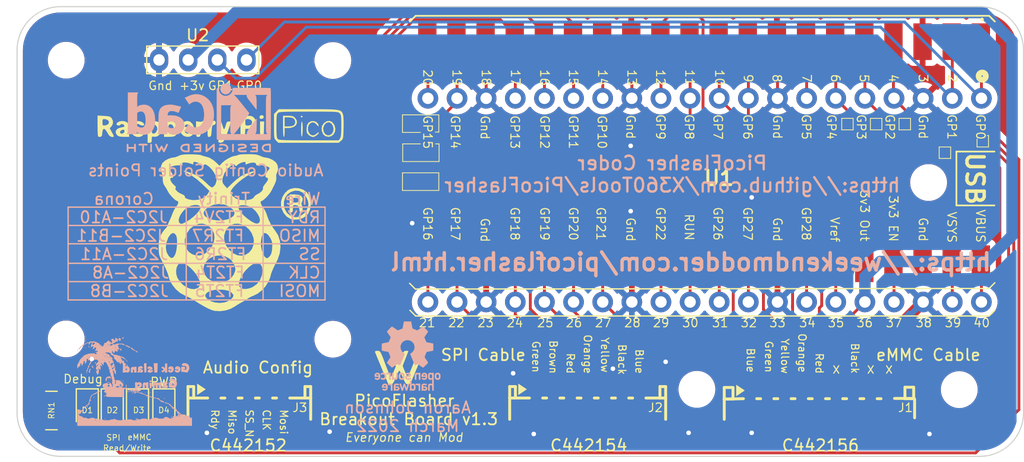
<source format=kicad_pcb>
(kicad_pcb (version 20211014) (generator pcbnew)
  (layers (0 "F.Cu" signal) (31 "B.Cu" signal) (34 "B.Paste" user) (35 "F.Paste" user) (36 "B.SilkS" user "B.Silkscreen") (37 "F.SilkS" user "F.Silkscreen") (38 "B.Mask" user) (39 "F.Mask" user) (44 "Edge.Cuts" user))
  (net 0 "")
  (net 1 "Net-(D1-Pad1)")
  (net 2 "Net-(D2-Pad1)")
  (net 3 "Net-(D3-Pad1)")
  (net 4 "Net-(D4-Pad1)")
  (net 5 "E-Yellow")
  (net 6 "E-Red")
  (net 7 "E-Orange")
  (net 8 "E-Blue")
  (net 9 "S-Orange")
  (net 10 "S-Brown")
  (net 11 "S-Red")
  (net 12 "S-Black")
  (net 13 "S-Blue")
  (net 14 "GND")
  (net 15 "Debug")
  (net 16 "eMMC")
  (net 17 "SPI")
  (net 18 "OLED Data")
  (net 19 "OLED Clock")
  (net 20 "3.3 Out")
  (net 22 "E-Green")
  (net 23 "A_Red")
  (net 24 "A_Black")
  (net 25 "A_Yellow")
  (net 26 "A_Green")
  (net 27 "unconnected-(U1-Pad7)")
  (net 28 "unconnected-(U1-Pad14)")
  (net 29 "unconnected-(U1-Pad29)")
  (net 30 "unconnected-(U1-Pad30)")
  (net 31 "unconnected-(U1-Pad31)")
  (net 32 "unconnected-(U1-Pad32)")
  (net 33 "unconnected-(U1-Pad34)")
  (net 34 "unconnected-(U1-Pad35)")
  (net 35 "unconnected-(U1-Pad37)")
  (net 36 "unconnected-(U1-Pad39)")
  (net 37 "unconnected-(U1-Pad40)")
  (net 40 "A_Blue")
  (footprint "LED_SMD:LED_0805_2012Metric_Pad1.15x1.40mm_HandSolder" (layer "F.Cu") (at 98.75 98.725 -90)
    (fp_text reference "D3")
    (fp_text value "Data" hide)
  )
  (footprint "MountingHole:MountingHole_2.2mm_M2" (layer "F.Cu") (at 92.5 92.25)
    (fp_text reference "REF**" hide)
    (fp_text value "MountingHole_2.2mm_M2" hide)
  )
  (footprint "Merlin:WeekendModder" (layer "F.Cu") (at 121.329503 94.65975)
    (fp_text reference "G***" hide)
    (fp_text value "LOGO" hide)
  )
  (footprint "LED_SMD:LED_0805_2012Metric_Pad1.15x1.40mm_HandSolder" (layer "F.Cu") (at 96.55 98.725 -90)
    (fp_text reference "D2")
    (fp_text value "Debug" hide)
  )
  (footprint "MountingHole:MountingHole_2.2mm_M2" (layer "F.Cu") (at 115.7835 92.25)
    (fp_text reference "REF**" hide)
    (fp_text value "MountingHole_2.2mm_M2" hide)
  )
  (footprint "MountingHole:MountingHole_2.2mm_M2" (layer "F.Cu") (at 147.525 96.9)
    (fp_text reference "REF**" hide)
    (fp_text value "MountingHole_2.2mm_M2" hide)
  )
  (footprint "easyeda:CONN-SMD_HX15001-9AWB" (layer "F.Cu") (at 158.2 98.9)
    (fp_text reference "J1")
    (fp_text value "B9B-ZR(LF)(SN)" hide)
  )
  (footprint "MountingHole:MountingHole_2.2mm_M2" (layer "F.Cu") (at 92.5335 68.175)
    (fp_text reference "REF**" hide)
    (fp_text value "MountingHole_2.2mm_M2" hide)
  )
  (footprint "Merlin:PICO_SMD" (layer "F.Cu") (at 122.65 65.75 -90)
    (fp_text reference "U1e" hide)
    (fp_text value "PICO" hide)
  )
  (footprint "Resistor_SMD:R_Array_Convex_4x0603" (layer "F.Cu") (at 91.25 98.75 180)
    (fp_text reference "RN1" hide)
    (fp_text value "2-1622819-4" hide)
  )
  (footprint "LED_SMD:LED_0805_2012Metric_Pad1.15x1.40mm_HandSolder" (layer "F.Cu") (at 101.05 98.725 -90)
    (fp_text reference "D4")
    (fp_text value "Data" hide)
  )
  (footprint "MountingHole:MountingHole_2.2mm_M2" (layer "F.Cu") (at 167.725 78.85)
    (fp_text reference "REF**" hide)
    (fp_text value "MountingHole_2.2mm_M2" hide)
  )
  (footprint "MountingHole:MountingHole_2.2mm_M2" (layer "F.Cu") (at 170.4 96.925)
    (fp_text reference "REF**" hide)
    (fp_text value "MountingHole_2.2mm_M2" hide)
  )
  (footprint "Merlin:128x64OLED" (layer "F.Cu") (at 104.25 78.75)
    (fp_text reference "U2")
    (fp_text value " ")
  )
  (footprint "MountingHole:MountingHole_2.2mm_M2" (layer "F.Cu") (at 115.7835 68.2)
    (fp_text reference "REF**" hide)
    (fp_text value "MountingHole_2.2mm_M2" hide)
  )
  (footprint "easyeda:CONN-SMD_HX15001-7AWB" (layer "F.Cu") (at 138 98.9)
    (fp_text reference "J2")
    (fp_text value "S7B-ZR_LF__SN_" hide)
  )
  (footprint "Merlin:RaspberyPi_25x21" (layer "F.Cu") (at 106 81.75)
    (fp_text reference "G***" hide)
    (fp_text value "LOGO" hide)
  )
  (footprint "LED_SMD:LED_0805_2012Metric_Pad1.15x1.40mm_HandSolder" (layer "F.Cu") (at 94.375 98.725 -90)
    (fp_text reference "D1")
    (fp_text value "PWR" hide)
  )
  (footprint "Merlin:PICO_THT" (layer "F.Cu") (at 149.47 76.58 -90)
    (fp_text reference "U1")
    (fp_text value "PICO" hide)
  )
  (footprint "easyeda:CONN-SMD_HX15001-5AWB" (layer "F.Cu") (at 108.5 98.9)
    (fp_text reference "J3")
    (fp_text value "Conn_01x05" hide)
  )
  (footprint "Merlin:GeekIsland_10mmX8mm" (layer "B.Cu") (at 98.5 96.1 180)
    (fp_text reference "G***" hide)
    (fp_text value "LOGO" hide)
  )
  (footprint "Symbol:KiCad-Logo2_5mm_SilkScreen" (layer "B.Cu") (at 104.1 73.2 180)
    (fp_text reference "REF**" hide)
    (fp_text value "KiCad-Logo2_5mm_SilkScreen" hide)
  )
  (footprint "Symbol:OSHW-Logo_5.7x6mm_SilkScreen" (layer "B.Cu") (at 122.3 94 180)
    (fp_text reference "REF**" hide)
    (fp_text value "OSHW-Logo_5.7x6mm_SilkScreen" hide)
  )
  (gr_line (start 115.1 89.1) (end 92.7 89.1) (layer "B.SilkS") (width 0.12))
  (gr_line (start 115.1 85.9) (end 92.7 85.9) (layer "B.SilkS") (width 0.12))
  (gr_line (start 115.1 84.2) (end 92.7 84.2) (layer "B.SilkS") (width 0.12))
  (gr_line (start 109.7 81) (end 109.7 89.1) (layer "B.SilkS") (width 0.12))
  (gr_line (start 115.1 81) (end 115.1 89.1) (layer "B.SilkS") (width 0.12))
  (gr_line (start 115.1 82.6) (end 92.7 82.6) (layer "B.SilkS") (width 0.12))
  (gr_line (start 103 81) (end 103 89.1) (layer "B.SilkS") (width 0.12))
  (gr_line (start 115.1 81) (end 92.7 81) (layer "B.SilkS") (width 0.12))
  (gr_line (start 92.7 81) (end 92.7 89.1) (layer "B.SilkS") (width 0.12))
  (gr_line (start 115.1 87.5) (end 92.7 87.5) (layer "B.SilkS") (width 0.12))
  (gr_line (start 170.15 80.85) (end 173.4625 80.85) (layer "F.SilkS") (width 0.15))
  (gr_line (start 125.045 75.48) (end 124.74 75.48) (layer "F.SilkS") (width 0.075))
  (gr_line (start 173 64.3) (end 173.5 64.8) (layer "F.SilkS") (width 0.15))
  (gr_line (start 173.5 90) (end 173 90.5) (layer "F.SilkS") (width 0.12))
  (gr_line (start 173.4625 76.15) (end 170.15 76.15) (layer "F.SilkS") (width 0.15))
  (gr_line (start 122.5 90) (end 123 90.5) (layer "F.SilkS") (width 0.12))
  (gr_line (start 123 90.5) (end 173 90.5) (layer "F.SilkS") (width 0.12))
  (gr_line (start 125.0225 74.45) (end 124.7175 74.45) (layer "F.SilkS") (width 0.075))
  (gr_line (start 173 64.3) (end 123 64.3) (layer "F.SilkS") (width 0.15))
  (gr_line (start 122.975 88.15) (end 122.475 87.65) (layer "F.SilkS") (width 0.12))
  (gr_line (start 173 88.1) (end 123.725 88.15) (layer "F.SilkS") (width 0.12))
  (gr_line (start 173.5 87.6) (end 173 88.1) (layer "F.SilkS") (width 0.12))
  (gr_line (start 170.15 76.15) (end 170.15 80.85) (layer "F.SilkS") (width 0.15))
  (gr_line (start 123.725 88.15) (end 122.975 88.15) (layer "F.SilkS") (width 0.12))
  (gr_line (start 122.5 64.8) (end 123 64.3) (layer "F.SilkS") (width 0.15))
  (gr_arc (start 172.19 63.5) (mid 174.884077 64.615923) (end 176 67.31) (layer "Edge.Cuts") (width 0.1))
  (gr_line (start 92.06 63.5) (end 172.19 63.5) (layer "Edge.Cuts") (width 0.1))
  (gr_arc (start 92.06 102.75) (mid 89.365923 101.634077) (end 88.25 98.94) (layer "Edge.Cuts") (width 0.1))
  (gr_arc (start 88.25 67.31) (mid 89.365923 64.615923) (end 92.06 63.5) (layer "Edge.Cuts") (width 0.1))
  (gr_arc (start 176 98.94) (mid 174.884077 101.634077) (end 172.19 102.75) (layer "Edge.Cuts") (width 0.1))
  (gr_line (start 176 67.31) (end 176 98.94) (layer "Edge.Cuts") (width 0.1))
  (gr_line (start 88.25 67.31) (end 88.25 98.94) (layer "Edge.Cuts") (width 0.1))
  (gr_line (start 92.06 102.75) (end 172.19 102.75) (layer "Edge.Cuts") (width 0.1))
  (gr_text "Wire    Trinity     Corona\nRDY     FT2V4   J2C2-A10\nMISO    FT2R7   J2C2-B11\nSS      FT2R6   J2C2-A11\nCLK     FT2T4   J2C2-A8\nMOSI    FT2T5   J2C2-B8" (at 114.8 84.3) (layer "B.SilkS") (effects (font (size 1 1)) (justify left mirror)))
  (gr_text "PicoFlasher Coder\nhttps://github.com/X360Tools/PicoFlasher" (at 145.375 78.125) (layer "B.SilkS") (effects (font (size 1.2 1.2) (thickness 0.2)) (justify mirror)))
  (gr_text "Aaron Johnson\nMarch 2022" (at 122.3 99.3) (layer "B.SilkS") (effects (font (size 1 1)) (justify mirror)))
  (gr_text "Audio Config Solder Points" (at 104.7 77.8) (layer "B.SilkS") (effects (font (size 1 1)) (justify mirror)))
  (gr_text "https://weekendmodder.com/picoflasher.html" (at 147 85.8) (layer "B.SilkS") (effects (font (size 1.5 1.5) (thickness 0.3)) (justify mirror)))
  (gr_text "PicoFlasher \nBreakout Board v1.3" (at 122.4 98.7) (layer "F.SilkS") (effects (font (size 1 1))))
  (gr_text "C442156" (at 158.3 101.8) (layer "F.SilkS") (effects (font (size 1 1))))
  (gr_text "3" (at 167.25 69.75 270) (layer "F.SilkS") (effects (font (size 0.75 0.75) (thickness 0.1))))
  (gr_text "Blue" (at 142.5 95.6 270) (layer "F.SilkS") (effects (font (size 0.65 0.65) (thickness 0.1)) (justify right)))
  (gr_text "Vref" (at 159.55 82.95 270) (layer "F.SilkS") (effects (font (size 0.75 0.75) (thickness 0.1))))
  (gr_text "Red" (at 158.2 95.6 270) (layer "F.SilkS") (effects (font (size 0.65 0.65) (thickness 0.1)) (justify right)))
  (gr_text "GP2" (at 164.35 74 270) (layer "F.SilkS") (effects (font (size 0.75 0.75) (thickness 0.1))))
  (gr_text "Yellow" (at 155.2 95.6 270) (layer "F.SilkS") (effects (font (size 0.65 0.65) (thickness 0.1)) (justify right)))
  (gr_text "X" (at 162.3 95.2) (layer "F.SilkS") (effects (font (size 0.65 0.65) (thickness 0.1)) (justify left)))
  (gr_text "Green" (at 133.5 95.5 270) (layer "F.SilkS") (effects (font (size 0.65 0.65) (thickness 0.1)) (justify right)))
  (gr_text "26" (at 136.8 91.1) (layer "F.SilkS") (effects (font (size 0.75 0.75) (thickness 0.1))))
  (gr_text "8" (at 154.5 69.75 270) (layer "F.SilkS") (effects (font (size 0.75 0.75) (thickness 0.1))))
  (gr_text "40" (at 172.35 91.1) (layer "F.SilkS") (effects (font (size 0.75 0.75) (thickness 0.1))))
  (gr_text "35" (at 159.65 91.1) (layer "F.SilkS") (effects (font (size 0.75 0.75) (thickness 0.1))))
  (gr_text "Read/Write" (at 97.85 102.025) (layer "F.SilkS") (effects (font (size 0.5 0.5) (thickness 0.075))))
  (gr_text "Gnd" (at 167.25 74 270) (layer "F.SilkS") (effects (font (size 0.75 0.75) (thickness 0.1))))
  (gr_text "10" (at 149.5 69.7 270) (layer "F.SilkS") (effects (font (size 0.75 0.75) (thickness 0.1))))
  (gr_text "eMMC Cable" (at 167.7 93.9) (layer "F.SilkS") (effects (font (size 1 1))))
  (gr_text "Rdy" (at 105.5 98.6 270) (layer "F.SilkS") (effects (font (size 0.65 0.65) (thickness 0.1)) (justify left)))
  (gr_text "17" (at 131.7 69.7 270) (layer "F.SilkS") (effects (font (size 0.75 0.75) (thickness 0.1))))
  (gr_text "22" (at 126.55 91.1) (layer "F.SilkS") (effects (font (size 0.75 0.75) (thickness 0.1))))
  (gr_text "Miso" (at 107 98.6 270) (layer "F.SilkS") (effects (font (size 0.65 0.65) (thickness 0.1)) (justify left)))
  (gr_text "GP20" (at 136.75 82.45 270) (layer "F.SilkS") (effects (font (size 0.75 0.75) (thickness 0.1))))
  (gr_text "18" (at 129.15 69.7 270) (layer "F.SilkS") (effects (font (size 0.75 0.75) (thickness 0.1))))
  (gr_text "Mosi" (at 111.5 98.6 270) (layer "F.SilkS") (effects (font (size 0.65 0.65) (thickness 0.1)) (justify left)))
  (gr_text "Gnd" (at 141.75 74 270) (layer "F.SilkS") (effects (font (size 0.75 0.75) (thickness 0.1))))
  (gr_text "30" (at 146.95 91.1) (layer "F.SilkS") (effects (font (size 0.75 0.75) (thickness 0.1))))
  (gr_text "16" (at 134.25 69.7 270) (layer "F.SilkS") (effects (font (size 0.75 0.75) (thickness 0.1))))
  (gr_text "Black" (at 141 92.9 270) (layer "F.SilkS") (effects (font (size 0.65 0.65) (thickness 0.1)) (justify left)))
  (gr_text "13" (at 141.85 69.7 270) (layer "F.SilkS") (effects (font (size 0.75 0.75) (thickness 0.1))))
  (gr_text "GP19" (at 134.25 82.45 270) (layer "F.SilkS") (effects (font (size 0.75 0.75) (thickness 0.1))))
  (gr_text "38" (at 167.3 91.1) (layer "F.SilkS") (effects (font (size 0.75 0.75) (thickness 0.1))))
  (gr_text "5" (at 162.1 69.75 270) (layer "F.SilkS") (effects (font (size 0.75 0.75) (thickness 0.1))))
  (gr_text "37" (at 164.7 91.1) (layer "F.SilkS") (effects (font (size 0.75 0.75) (thickness 0.1))))
  (gr_text "Blue" (at 152.2 95.5 270) (layer "F.SilkS") (effects (font (size 0.65 0.65) (thickness 0.1)) (justify right)))
  (gr_text "25" (at 134.3 91.1) (layer "F.SilkS") (effects (font (size 0.75 0.75) (thickness 0.1))))
  (gr_text "GP22" (at 144.35 82.45 270) (layer "F.SilkS") (effects (font (size 0.75 0.75) (thickness 0.1))))
  (gr_text "Orange" (at 156.7 95.5 270) (layer "F.SilkS") (effects (font (size 0.65 0.65) (thickness 0.1)) (justify right)))
  (gr_text "3v3 Out" (at 162.15 81.75 270) (layer "F.SilkS") (effects (font (size 0.75 0.75) (thickness 0.1))))
  (gr_text "29" (at 144.4 91.1) (layer "F.SilkS") (effects (font (size 0.75 0.75) (thickness 0.1))))
  (gr_text "SPI" (at 96.65 101.125) (layer "F.SilkS") (effects (font (size 0.5 0.5) (thickness 0.075))))
  (gr_text "Yellow" (at 139.5 95.5 270) (layer "F.SilkS") (effects (font (size 0.65 0.65) (thickness 0.1)) (justify right)))
  (gr_text "15" (at 136.75 69.7 270) (layer "F.SilkS") (effects (font (size 0.75 0.75) (thickness 0.1))))
  (gr_text "GP5" (at 157.05 74 270) (layer "F.SilkS") (effects (font (size 0.75 0.75) (thickness 0.1))))
  (gr_text "2" (at 169.8 69.75 270) (layer "F.SilkS") (effects (font (size 0.75 0.75) (thickness 0.1))))
  (gr_text "GP28" (at 157.05 82.45 270) (layer "F.SilkS") (effects (font (size 0.75 0.75) (thickness 0.1))))
  (gr_text "GP1" (at 169.75 74 270) (layer "F.SilkS") (effects (font (size 0.75 0.75) (thickness 0.1))))
  (gr_text "39" (at 169.85 91.1) (layer "F.SilkS") (effects (font (size 0.75 0.75) (thickness 0.1))))
  (gr_text "GP10" (at 139.25 74.45 270) (layer "F.SilkS") (effects (font (size 0.75 0.75) (thickness 0.1))))
  (gr_text "28" (at 141.9 91.1) (layer "F.SilkS") (effects (font (size 0.75 0.75) (thickness 0.1))))
  (gr_text "C442152" (at 108.4 101.8) (layer "F.SilkS") (effects (font (size 1 1))))
  (gr_text "27" (at 139.35 91.1) (layer "F.SilkS") (effects (font (size 0.75 0.75) (thickness 0.1))))
  (gr_text "GP21" (at 139.15 82.45 270) (layer "F.SilkS") (effects (font (size 0.75 0.75) (thickness 0.1))))
  (gr_text "Black" (at 161.3 94.2 270) (layer "F.SilkS") (effects (font (size 0.65 0.65) (thickness 0.1))))
  (gr_text "Gnd" (at 129.05 74.05 270) (layer "F.SilkS") (effects (font (size 0.75 0.75) (thickness 0.1))))
  (gr_text "Green" (at 153.8 95.5 270) (layer "F.SilkS") (effects (font (size 0.65 0.65) (thickness 0.1)) (justify right)))
  (gr_text "Gnd" (at 141.75 82.95 270) (layer "F.SilkS") (effects (font (size 0.75 0.75) (thickness 0.1))))
  (gr_text "Red" (at 136.5 95.6 270) (layer "F.SilkS") (effects (font (size 0.65 0.65) (thickness 0.1)) (justify right)))
  (gr_text "GP1" (at 106 70.4) (layer "F.SilkS") (effects (font (size 0.75 0.75) (thickness 0.1))))
  (gr_text "33" (at 154.55 91.1) (layer "F.SilkS") (effects (font (size 0.75 0.75) (thickness 0.1))))
  (gr_text "36" (at 162.15 91.1) (layer "F.SilkS") (effects (font (size 0.75 0.75) (thickness 0.1))))
  (gr_text "GP7" (at 149.35 74 270) (layer "F.SilkS") (effects (font (size 0.75 0.75) (thickness 0.1))))
  (gr_text "X" (at 159.3 95.2) (layer "F.SilkS") (effects (font (size 0.65 0.65) (thickness 0.1)) (justify left)))
  (gr_text "GP16" (at 124.05 82.45 270) (layer "F.SilkS") (effects (font (size 0.75 0.75) (thickness 0.1))))
  (gr_text "Brown" (at 135 95.6 270) (layer "F.SilkS") (effects (font (size 0.65 0.65) (thickness 0.1)) (justify right)))
  (gr_text "3v3 EN" (at 164.65 82 270) (layer "F.SilkS") (effects (font (size 0.75 0.75) (thickness 0.1))))
  (gr_text "RUN" (at 146.85 82.75 270) (layer "F.SilkS") (effects (font (size 0.75 0.75) (thickness 0.1))))
  (gr_text "GP14" (at 126.45 74.45 270) (layer "F.SilkS") (effects (font (size 0.75 0.75) (thickness 0.1))))
  (gr_text "SPI Cable" (at 128.9 93.9) (layer "F.SilkS") (effects (font (size 1 1))))
  (gr_text "GP15" (at 124.05 74.45 270) (layer "F.SilkS") (effects (font (size 0.75 0.75) (thickness 0.1))))
  (gr_text "Orange" (at 138 95.6 270) (layer "F.SilkS") (effects (font (size 0.65 0.65) (thickness 0.1)) (justify right)))
  (gr_text "34" (at 157.15 91.1) (layer "F.SilkS") (effects (font (size 0.75 0.75) (thickness 0.1))))
  (gr_text "Audio Config" (at 109.25 95) (layer "F.SilkS") (effects (font (size 1 1))))
  (gr_text "+3v" (at 103.5 70.4) (layer "F.SilkS") (effects (font (size 0.75 0.75) (thickness 0.1))))
  (gr_text "GP9" (at 144.35 74 270) (layer "F.SilkS") (effects (font (size 0.75 0.75) (thickness 0.1))))
  (gr_text "20" (at 124.05 69.7 270) (layer "F.SilkS") (effects (font (size 0.75 0.75) (thickness 0.1))))
  (gr_text "GP8" (at 146.85 74 270) (layer "F.SilkS") (effects (font (size 0.75 0.75) (thickness 0.1))))
  (gr_text "X" (at 163.9 95.2) (layer "F.SilkS") (effects (font (size 0.65 0.65) (thickness 0.1)) (justify left)))
  (gr_text "Gnd" (at 100.75 70.4) (layer "F.SilkS") (effects (font (size 0.75 0.75) (thickness 0.1))))
  (gr_text "GP12" (at 134.25 74.45 270) (layer "F.SilkS") (effects (font (size 0.75 0.75) (thickness 0.1))))
  (gr_text "PWR" (at 101.05 96.26) (layer "F.SilkS") (effects (font (size 0.75 0.75) (thickness 0.1))))
  (gr_text "GP27" (at 151.95 82.45 270) (layer "F.SilkS") (effects (font (size 0.75 0.75) (thickness 0.1))))
  (gr_text "Gnd" (at 129.05 83 270) (layer "F.SilkS") (effects (font (size 0.75 0.75) (thickness 0.1))))
  (gr_text "GP6" (at 151.95 74 270) (layer "F.SilkS") (effects (font (size 0.75 0.75) (thickness 0.1))))
  (gr_text "31" (at 149.55 91.1) (layer "F.SilkS") (effects (font (size 0.75 0.75) (thickness 0.1))))
  (gr_text "GP3" (at 161.85 74 270) (layer "F.SilkS") (effects (font (size 0.75 0.75) (thickness 0.1))))
  (gr_text "12" (at 144.35 69.7 270) (layer "F.SilkS") (effects (font (size 0.75 0.75) (thickness 0.1))))
  (gr_text "23" (at 129.1 91.1) (layer "F.SilkS") (effects (font (size 0.75 0.75) (thickness 0.1))))
  (gr_text "GP0" (at 172.25 74 270) (layer "F.SilkS") (effects (font (size 0.75 0.75) (thickness 0.1))))
  (gr_text "4" (at 164.65 69.75 270) (layer "F.SilkS") (effects (font (size 0.75 0.75) (thickness 0.1))))
  (gr_text "CLK" (at 110 98.6 270) (layer "F.SilkS") (effects (font (size 0.65 0.65) (thickness 0.1)) (justify left)))
  (gr_text "GP0" (at 108.5 70.4) (layer "F.SilkS") (effects (font (size 0.75 0.75) (thickness 0.1))))
  (gr_text "GP18" (at 131.65 82.45 270) (layer "F.SilkS") (effects (font (size 0.75 0.75) (thickness 0.1))))
  (gr_text "32" (at 152.05 91.1) (layer "F.SilkS") (effects (font (size 0.75 0.75) (thickness 0.1))))
  (gr_text "GP11" (at 136.75 74.45 270) (layer "F.SilkS") (effects (font (size 0.75 0.75) (thickness 0.1))))
  (gr_text "GP26" (at 149.35 82.45 270) (layer "F.SilkS") (effects (font (size 0.75 0.75) (thickness 0.1))))
  (gr_text "VBUS" (at 172.25 82.65 270) (layer "F.SilkS") (effects (font (size 0.75 0.75) (thickness 0.1))))
  (gr_text "7" (at 157.1 69.75 270) (layer "F.SilkS") (effects (font (size 0.75 0.75) (thickness 0.1))))
  (gr_text "GP13" (at 131.65 74.45 270) (layer "F.SilkS") (effects (font (size 0.75 0.75) (thickness 0.1))))
  (gr_text "SS_N" (at 108.5 98.6 270) (layer "F.SilkS") (effects (font (size 0.65 0.65) (thickness 0.1)) (justify left)))
  (gr_text "eMMC" (at 98.93 101.085) (layer "F.SilkS") (effects (font (size 0.5 0.5) (thickness 0.075))))
  (gr_text "14" (at 139.3 69.7 270) (layer "F.SilkS") (effects (font (size 0.75 0.75) (thickness 0.1))))
  (gr_text "USB" (at 171.75 78.5 270) (layer "F.SilkS") (effects (font (size 1.5 1.5) (thickness 0.3))))
  (gr_text "Gnd" (at 154.55 74 270) (layer "F.SilkS") (effects (font (size 0.75 0.75) (thickness 0.1))))
  (gr_text "C442154" (at 138.1 101.8) (layer "F.SilkS") (effects (font (size 1 1))))
  (gr_text "GP17" (at 126.45 82.45 270) (layer "F.SilkS") (effects (font (size 0.75 0.75) (thickness 0.1))))
  (gr_text "6" (at 159.6 69.75 270) (layer "F.SilkS") (effects (font (size 0.75 0.75) (thickness 0.1))))
  (gr_text "Debug" (at 94 96) (layer "F.SilkS") (effects (font (size 0.75 0.75) (thickness 0.1))))
  (gr_text "VSYS" (at 169.75 82.75 270) (layer "F.SilkS") (effects (font (size 0.75 0.75) (thickness 0.1))))
  (gr_text "Gnd" (at 167.25 82.95 270) (layer "F.SilkS") (effects (font (size 0.75 0.75) (thickness 0.1))))
  (gr_text "Gnd" (at 154.55 82.95 270) (layer "F.SilkS") (effects (font (size 0.75 0.75) (thickness 0.1))))
  (gr_text "21" (at 124 91.1) (layer "F.SilkS") (effects (font (size 0.75 0.75) (thickness 0.1))))
  (gr_text "19" (at 126.6 69.7 270) (layer "F.SilkS") (effects (font (size 0.75 0.75) (thickness 0.1))))
  (gr_text "Everyone can Mod" (at 122 101.1) (layer "F.SilkS") (effects (font (size 0.75 0.75) (thickness 0.1) italic)))
  (gr_text "9" (at 152 69.75 270) (layer "F.SilkS") (effects (font (size 0.75 0.75) (thickness 0.1))))
  (gr_text "24" (at 131.65 91.1) (layer "F.SilkS") (effects (font (size 0.75 0.75) (thickness 0.1))))
  (gr_text "GP4" (at 159.25 74 270) (layer "F.SilkS") (effects (font (size 0.75 0.75) (thickness 0.1))))
  (gr_text "11" (at 146.9 69.7 270) (layer "F.SilkS") (effects (font (size 0.75 0.75) (thickness 0.1))))
  (segment (start 92.15 99.95) (end 92.587506 99.95) (width 0.25) (layer "F.Cu") (net 1))
  (segment (start 94.55 97.999022) (end 94.55 97.7) (width 0.25) (layer "F.Cu") (net 1))
  (segment (start 94.375 98.162506) (end 94.375 97.7) (width 0.25) (layer "F.Cu") (net 1))
  (segment (start 92.587506 99.95) (end 94.375 98.162506) (width 0.25) (layer "F.Cu") (net 1))
  (segment (start 95.70048 96.80048) (end 93.687027 96.80048) (width 0.25) (layer "F.Cu") (net 2))
  (segment (start 96.55 97.7) (end 96.55 97.65) (width 0.25) (layer "F.Cu") (net 2))
  (segment (start 92.560718 99.15) (end 92.15 99.15) (width 0.25) (layer "F.Cu") (net 2))
  (segment (start 93.35 98.360718) (end 92.560718 99.15) (width 0.25) (layer "F.Cu") (net 2))
  (segment (start 93.35 97.137506) (end 93.35 98.360718) (width 0.25) (layer "F.Cu") (net 2))
  (segment (start 96.55 97.65) (end 95.70048 96.80048) (width 0.25) (layer "F.Cu") (net 2))
  (segment (start 93.687027 96.80048) (end 93.581253 96.906253) (width 0.25) (layer "F.Cu") (net 2))
  (segment (start 93.581253 96.906253) (end 93.35 97.137506) (width 0.25) (layer "F.Cu") (net 2))
  (segment (start 92.87548 96.976309) (end 92.87548 98.19952) (width 0.25) (layer "F.Cu") (net 3))
  (segment (start 97.35048 96.30048) (end 93.551309 96.30048) (width 0.25) (layer "F.Cu") (net 3))
  (segment (start 92.87548 98.19952) (end 92.7 98.375) (width 0.25) (layer "F.Cu") (net 3))
  (segment (start 98.75 97.7) (end 97.35048 96.30048) (width 0.25) (layer "F.Cu") (net 3))
  (segment (start 92.7 98.375) (end 92.175 98.375) (width 0.25) (layer "F.Cu") (net 3))
  (segment (start 92.175 98.375) (end 92.15 98.35) (width 0.25) (layer "F.Cu") (net 3))
  (segment (start 93.551309 96.30048) (end 92.87548 96.976309) (width 0.25) (layer "F.Cu") (net 3))
  (segment (start 99.20096 95.85096) (end 93.34904 95.85096) (width 0.25) (layer "F.Cu") (net 4))
  (segment (start 101.05 97.7) (end 99.20096 95.85096) (width 0.25) (layer "F.Cu") (net 4))
  (segment (start 93.34904 95.85096) (end 92.15 97.05) (width 0.25) (layer "F.Cu") (net 4))
  (segment (start 92.15 97.05) (end 92.15 97.55) (width 0.25) (layer "F.Cu") (net 4))
  (segment (start 144.34 65.06) (end 144.34 66.56) (width 0.25) (layer "F.Cu") (net 5))
  (segment (start 155.2 97.1) (end 155.2 91.8) (width 0.25) (layer "F.Cu") (net 5))
  (segment (start 147.469022 64.1) (end 145.3 64.1) (width 0.25) (layer "F.Cu") (net 5))
  (segment (start 153.325489 89.925489) (end 153.325489 82.425489) (width 0.25) (layer "F.Cu") (net 5))
  (segment (start 144.392 66.612) (end 144.34 66.56) (width 0.25) (layer "F.Cu") (net 5))
  (segment (start 155.2 91.8) (end 153.325489 89.925489) (width 0.25) (layer "F.Cu") (net 5))
  (segment (start 145.3 64.1) (end 144.34 65.06) (width 0.25) (layer "F.Cu") (net 5))
  (segment (start 148.075 64.705978) (end 147.469022 64.1) (width 0.25) (layer "F.Cu") (net 5))
  (segment (start 148.056511 77.156511) (end 148.056511 65.293489) (width 0.25) (layer "F.Cu") (net 5))
  (segment (start 153.325489 82.425489) (end 148.056511 77.156511) (width 0.25) (layer "F.Cu") (net 5))
  (segment (start 148.075 65.275) (end 148.075 64.705978) (width 0.25) (layer "F.Cu") (net 5))
  (segment (start 144.392 71.54) (end 144.392 66.612) (width 0.25) (layer "F.Cu") (net 5))
  (segment (start 148.056511 65.293489) (end 148.075 65.275) (width 0.25) (layer "F.Cu") (net 5))
  (segment (start 158.405489 84.256467) (end 158.405489 89.594511) (width 0.25) (layer "F.Cu") (net 6))
  (segment (start 158.2 89.8) (end 158.405489 89.594511) (width 0.25) (layer "F.Cu") (net 6))
  (segment (start 151.96 66.56) (end 152.012 66.612) (width 0.25) (layer "F.Cu") (net 6))
  (segment (start 158.2 97.1) (end 158.2 89.8) (width 0.25) (layer "F.Cu") (net 6))
  (segment (start 152.012 77.862978) (end 158.405489 84.256467) (width 0.25) (layer "F.Cu") (net 6))
  (segment (start 152.012 66.612) (end 152.012 77.862978) (width 0.25) (layer "F.Cu") (net 6))
  (segment (start 150.7 77.186696) (end 155.865489 82.352185) (width 0.25) (layer "F.Cu") (net 7))
  (segment (start 149.42 66.56) (end 149.472 66.612) (width 0.25) (layer "F.Cu") (net 7))
  (segment (start 156.7 97.1) (end 156.7 93.1) (width 0.25) (layer "F.Cu") (net 7))
  (segment (start 149.472 71.54) (end 150.7 72.768) (width 0.25) (layer "F.Cu") (net 7))
  (segment (start 155.865489 82.352185) (end 155.865489 89.634511) (width 0.25) (layer "F.Cu") (net 7))
  (segment (start 155.865489 89.78721) (end 155.865489 89.634511) (width 0.25) (layer "F.Cu") (net 7))
  (segment (start 155.865489 90.965489) (end 156.7 91.8) (width 0.25) (layer "F.Cu") (net 7))
  (segment (start 149.472 66.612) (end 149.472 71.54) (width 0.25) (layer "F.Cu") (net 7))
  (segment (start 150.7 72.768) (end 150.7 77.186696) (width 0.25) (layer "F.Cu") (net 7))
  (segment (start 155.865489 89.634511) (end 155.865489 90.965489) (width 0.25) (layer "F.Cu") (net 7))
  (segment (start 156.7 93.1) (end 156.7 91.8) (width 0.25) (layer "F.Cu") (net 7))
  (segment (start 146.932 66.612) (end 146.932 80.011022) (width 0.25) (layer "F.Cu") (net 8))
  (segment (start 146.932 80.011022) (end 150.694511 83.773533) (width 0.25) (layer "F.Cu") (net 8))
  (segment (start 150.694511 83.773533) (end 150.694511 90.294511) (width 0.25) (layer "F.Cu") (net 8))
  (segment (start 146.88 66.56) (end 146.932 66.612) (width 0.25) (layer "F.Cu") (net 8))
  (segment (start 152.2 91.8) (end 152.2 97.1) (width 0.25) (layer "F.Cu") (net 8))
  (segment (start 150.694511 90.294511) (end 152.2 91.8) (width 0.25) (layer "F.Cu") (net 8))
  (segment (start 132.499022 83.75) (end 125.700978 83.75) (width 0.25) (layer "F.Cu") (net 9))
  (segment (start 124.02 85.430978) (end 124.02 85.94) (width 0.25) (layer "F.Cu") (net 9))
  (segment (start 138 94.9) (end 133 89.9) (width 0.25) (layer "F.Cu") (net 9))
  (segment (start 138 97.1) (end 138 94.9) (width 0.25) (layer "F.Cu") (net 9))
  (segment (start 124.072 85.992) (end 124.02 85.94) (width 0.25) (layer "F.Cu") (net 9))
  (segment (start 124.07 85.99) (end 124.02 85.94) (width 0.25) (layer "F.Cu") (net 9))
  (segment (start 133 89.9) (end 133 84.250978) (width 0.25) (layer "F.Cu") (net 9))
  (segment (start 133 84.250978) (end 132.499022 83.75) (width 0.25) (layer "F.Cu") (net 9))
  (segment (start 124.07 89.28) (end 124.07 85.99) (width 0.25) (layer "F.Cu") (net 9))
  (segment (start 125.700978 83.75) (end 124.02 85.430978) (width 0.25) (layer "F.Cu") (net 9))
  (segment (start 126.61 89.28) (end 126.61 85.99) (width 0.25) (layer "F.Cu") (net 10))
  (segment (start 135 97.1) (end 135 95.4) (width 0.25) (layer "F.Cu") (net 10))
  (segment (start 126.61 85.99) (end 126.56 85.94) (width 0.25) (layer "F.Cu") (net 10))
  (segment (start 131.2 91.6) (end 128.93 91.6) (width 0.25) (layer "F.Cu") (net 10))
  (segment (start 126.612 85.992) (end 126.56 85.94) (width 0.25) (layer "F.Cu") (net 10))
  (segment (start 135 95.4) (end 131.2 91.6) (width 0.25) (layer "F.Cu") (net 10))
  (segment (start 128.93 91.6) (end 126.61 89.28) (width 0.25) (layer "F.Cu") (net 10))
  (segment (start 131.69 85.99) (end 131.64 85.94) (width 0.25) (layer "F.Cu") (net 11))
  (segment (start 131.692 85.992) (end 131.64 85.94) (width 0.25) (layer "F.Cu") (net 11))
  (segment (start 131.69 90.39) (end 136.5 95.2) (width 0.25) (layer "F.Cu") (net 11))
  (segment (start 136.5 95.2) (end 136.5 97.1) (width 0.25) (layer "F.Cu") (net 11))
  (segment (start 131.69 89.28) (end 131.69 85.99) (width 0.25) (layer "F.Cu") (net 11))
  (segment (start 131.69 89.28) (end 131.69 90.39) (width 0.25) (layer "F.Cu") (net 11))
  (segment (start 134.232 85.992) (end 134.18 85.94) (width 0.25) (layer "F.Cu") (net 12))
  (segment (start 134.23 89.28) (end 139.3 94.35) (width 0.25) (layer "F.Cu") (net 12))
  (segment (start 140.55 94.35) (end 141 94.8) (width 0.25) (layer "F.Cu") (net 12))
  (segment (start 141 94.8) (end 141 97.1) (width 0.25) (layer "F.Cu") (net 12))
  (segment (start 139.3 94.35) (end 140.55 94.35) (width 0.25) (layer "F.Cu") (net 12))
  (segment (start 134.23 85.99) (end 134.18 85.94) (width 0.25) (layer "F.Cu") (net 12))
  (segment (start 134.23 89.28) (end 134.23 85.99) (width 0.25) (layer "F.Cu") (net 12))
  (segment (start 136.77 90.07) (end 140.555 93.855) (width 0.25) (layer "F.Cu") (net 13))
  (segment (start 141.345 93.855) (end 142.5 95.01) (width 0.25) (layer "F.Cu") (net 13))
  (segment (start 136.77 85.99) (end 136.72 85.94) (width 0.25) (layer "F.Cu") (net 13))
  (segment (start 136.77 89.28) (end 136.77 85.99) (width 0.25) (layer "F.Cu") (net 13))
  (segment (start 142.5 95.01) (end 142.5 97.1) (width 0.25) (layer "F.Cu") (net 13))
  (segment (start 136.77 89.28) (end 136.77 90.07) (width 0.25) (layer "F.Cu") (net 13))
  (segment (start 140.555 93.855) (end 141.345 93.855) (width 0.25) (layer "F.Cu") (net 13))
  (segment (start 136.772 85.992) (end 136.72 85.94) (width 0.25) (layer "F.Cu") (net 13))
  (segment (start 154.552 85.992) (end 154.5 85.94) (width 0.25) (layer "F.Cu") (net 14))
  (segment (start 154.55 85.99) (end 154.5 85.94) (width 0.5) (layer "F.Cu") (net 14))
  (segment (start 161.2 95.33) (end 167.25 89.28) (width 1) (layer "F.Cu") (net 14))
  (segment (start 154.55 89.28) (end 154.55 85.99) (width 0.5) (layer "F.Cu") (net 14))
  (segment (start 154.552 71.54) (end 154.552 66.612) (width 0.25) (layer "F.Cu") (net 14))
  (segment (start 129.152 66.612) (end 129.1 66.56) (width 0.25) (layer "F.Cu") (net 14))
  (segment (start 139.5 95.8) (end 140.2 95.1) (width 0.5) (layer "F.Cu") (net 14))
  (segment (start 141.852 66.612) (end 141.8 66.56) (width 0.25) (layer "F.Cu") (net 14))
  (segment (start 129.152 71.54) (end 129.152 66.612) (width 0.25) (layer "F.Cu") (net 14))
  (segment (start 141.852 71.54) (end 141.852 66.612) (width 0.25) (layer "F.Cu") (net 14))
  (segment (start 161.2 97.1) (end 161.2 95.33) (width 1) (layer "F.Cu") (net 14))
  (segment (start 141.85 89.28) (end 141.85 85.99) (width 0.5) (layer "F.Cu") (net 14))
  (segment (start 139.5 97.1) (end 139.5 95.8) (width 0.5) (layer "F.Cu") (net 14))
  (segment (start 129.13 71.562) (end 129.152 71.54) (width 0.25) (layer "F.Cu") (net 14))
  (segment (start 129.15 89.28) (end 129.15 85.99) (width 0.5) (layer "F.Cu") (net 14))
  (segment (start 141.85 85.99) (end 141.8 85.94) (width 0.5) (layer "F.Cu") (net 14))
  (segment (start 141.852 85.992) (end 141.8 85.94) (width 0.25) (layer "F.Cu") (net 14))
  (segment (start 129.15 85.99) (end 129.1 85.94) (width 0.5) (layer "F.Cu") (net 14))
  (segment (start 154.552 66.612) (end 154.5 66.56) (width 0.25) (layer "F.Cu") (net 14))
  (segment (start 129.152 85.992) (end 129.1 85.94) (width 0.25) (layer "F.Cu") (net 14))
  (via (at 115.5 100.6) (size 0.8) (drill 0.4) (layers "F.Cu" "B.Cu") (net 14))
  (via (at 167.8 100.8) (size 0.8) (drill 0.4) (layers "F.Cu" "B.Cu") (net 14))
  (via (at 133.3 100.8) (size 0.8) (drill 0.4) (layers "F.Cu" "B.Cu") (net 14))
  (via (at 94.75 94.25) (size 0.8) (drill 0.4) (layers "F.Cu" "B.Cu") (net 14))
  (via (at 122.7 82.4) (size 0.8) (drill 0.4) (layers "F.Cu" "B.Cu") (net 14))
  (via (at 140.2 95.1) (size 0.8) (drill 0.4) (layers "F.Cu" "B.Cu") (net 14))
  (via (at 141.75 75.65) (size 0.8) (drill 0.4) (layers "F.Cu" "B.Cu") (net 14))
  (via (at 152.3 100.7) (size 0.8) (drill 0.4) (layers "F.Cu" "B.Cu") (net 14))
  (via (at 141.75 81.35) (size 0.8) (drill 0.4) (layers "F.Cu" "B.Cu") (net 14))
  (via (at 144.8 94.5) (size 0.8) (drill 0.4) (layers "F.Cu" "B.Cu") (net 14))
  (via (at 131.5 95.5) (size 0.8) (drill 0.4) (layers "F.Cu" "B.Cu") (net 14))
  (via (at 104.8 100.7) (size 0.8) (drill 0.4) (layers "F.Cu" "B.Cu") (net 14))
  (via (at 152.3 80.15) (size 0.8) (drill 0.4) (layers "F.Cu" "B.Cu") (net 14))
  (via (at 146.8 100.7) (size 0.8) (drill 0.4) (layers "F.Cu" "B.Cu") (net 14))
  (segment (start 141.852 91.452) (end 141.85 91.45) (width 0.5) (layer "B.Cu") (net 14))
  (segment (start 141.85 91.45) (end 141.85 89.28) (width 0.5) (layer "B.Cu") (net 14))
  (segment (start 141.852 91.748) (end 141.852 92.148) (width 0.5) (layer "B.Cu") (net 14))
  (segment (start 141.852 93.448) (end 140.2 95.1) (width 0.5) (layer "B.Cu") (net 14))
  (segment (start 141.852 91.452) (end 141.852 91.748) (width 0.5) (layer "B.Cu") (net 14))
  (segment (start 141.852 91.748) (end 141.852 93.448) (width 0.5) (layer "B.Cu") (net 14))
  (segment (start 94.5 99.75) (end 94.375 99.75) (width 0.25) (layer "F.Cu") (net 15))
  (segment (start 173.137489 101.137489) (end 172.937489 101.337489) (width 0.25) (layer "F.Cu") (net 15))
  (segment (start 175.59808 76.84808) (end 175.59808 98.676899) (width 0.25) (layer "F.Cu") (net 15))
  (segment (start 164.66 71.488) (end 166.672 73.5) (width 0.25) (layer "F.Cu") (net 15))
  (segment (start 97.19952 102.44952) (end 171.825458 102.44952) (width 0.25) (layer "F.Cu") (net 15))
  (segment (start 172.25 73.5) (end 175.59808 76.84808) (width 0.25) (layer "F.Cu") (net 15))
  (segment (start 175.59808 98.676899) (end 173.137489 101.137489) (width 0.25) (layer "F.Cu") (net 15))
  (segment (start 173.137489 101.137489) (end 172.726419 101.54856) (width 0.25) (layer "F.Cu") (net 15))
  (segment (start 95.875 101.125) (end 94.5 99.75) (width 0.25) (layer "F.Cu") (net 15))
  (segment (start 164.66 66.56) (end 164.66 71.488) (width 0.25) (layer "F.Cu") (net 15))
  (segment (start 166.672 73.5) (end 172.25 73.5) (width 0.25) (layer "F.Cu") (net 15))
  (segment (start 171.825458 102.44952) (end 172.937489 101.337489) (width 0.25) (layer "F.Cu") (net 15))
  (segment (start 95.875 101.125) (end 97.19952 102.44952) (width 0.25) (layer "F.Cu") (net 15))
  (segment (start 174.69904 98.304504) (end 174.251772 98.751772) (width 0.25) (layer "F.Cu") (net 16))
  (segment (start 131.94952 99.14952) (end 113.24952 99.14952) (width 0.25) (layer "F.Cu") (net 16))
  (segment (start 133.378086 99.14952) (end 132.15048 99.14952) (width 0.25) (layer "F.Cu") (net 16))
  (segment (start 113.24952 99.14952) (end 111.621916 99.14952) (width 0.25) (layer "F.Cu") (net 16))
  (segment (start 162.592 74.5) (end 171.946436 74.5) (width 0.25) (layer "F.Cu") (net 16))
  (segment (start 143.921915 99.24952) (end 143.571435 99.6) (width 0.25) (layer "F.Cu") (net 16))
  (segment (start 151.153093 99.573551) (end 150.829062 99.24952) (width 0.25) (layer "F.Cu") (net 16))
  (segment (start 153.886198 99.34952) (end 153.662167 99.573551) (width 0.25) (layer "F.Cu") (net 16))
  (segment (start 159.58 66.56) (end 159.632 66.612) (width 0.25) (layer "F.Cu") (net 16))
  (segment (start 173.654024 99.34952) (end 166.9 99.34952) (width 0.25) (layer "F.Cu") (net 16))
  (segment (start 174.251772 98.751772) (end 173.654024 99.34952) (width 0.25) (layer "F.Cu") (net 16))
  (segment (start 166.9 99.34952) (end 166.15048 99.34952) (width 0.25) (layer "F.Cu") (net 16))
  (segment (start 107.65048 99.6) (end 107.3 99.24952) (width 0.25) (layer "F.Cu") (net 16))
  (segment (start 102.1 100.1) (end 102.1 100.287493) (width 0.25) (layer "F.Cu") (net 16))
  (segment (start 102.1 100.287493) (end 101.286533 101.10096) (width 0.25) (layer "F.Cu") (net 16))
  (segment (start 150.829062 99.24952) (end 143.921915 99.24952) (width 0.25) (layer "F.Cu") (net 16))
  (segment (start 132.8 99.14952) (end 131.94952 99.14952) (width 0.25) (layer "F.Cu") (net 16))
  (segment (start 159.632 71.54) (end 162.592 74.5) (width 0.25) (layer "F.Cu") (net 16))
  (segment (start 166.15048 99.34952) (end 153.886198 99.34952) (width 0.25) (layer "F.Cu") (net 16))
  (segment (start 111.621916 99.14952) (end 111.171436 99.6) (width 0.25) (layer "F.Cu") (net 16))
  (segment (start 107.3 99.24952) (end 102.95048 99.24952) (width 0.25) (layer "F.Cu") (net 16))
  (segment (start 111.171436 99.6) (end 107.65048 99.6) (width 0.25) (layer "F.Cu") (net 16))
  (segment (start 131.94952 99.14952) (end 132.15048 99.14952) (width 0.25) (layer "F.Cu") (net 16))
  (segment (start 133.828566 99.6) (end 133.378086 99.14952) (width 0.25) (layer "F.Cu") (net 16))
  (segment (start 159.632 66.612) (end 159.632 71.54) (width 0.25) (layer "F.Cu") (net 16))
  (segment (start 100.10096 101.10096) (end 98.75 99.75) (width 0.25) (layer "F.Cu") (net 16))
  (segment (start 174.69904 77.252604) (end 174.69904 98.304504) (width 0.25) (layer "F.Cu") (net 16))
  (segment (start 153.662167 99.573551) (end 151.153093 99.573551) (width 0.25) (layer "F.Cu") (net 16))
  (segment (start 101.286533 101.10096) (end 100.10096 101.10096) (width 0.25) (layer "F.Cu") (net 16))
  (segment (start 171.946436 74.5) (end 174.69904 77.252604) (width 0.25) (layer "F.Cu") (net 16))
  (segment (start 143.571435 99.6) (end 133.828566 99.6) (width 0.25) (layer "F.Cu") (net 16))
  (segment (start 102.95048 99.24952) (end 102.1 100.1) (width 0.25) (layer "F.Cu") (net 16))
  (segment (start 132.15048 99.14952) (end 132.913802 99.14952) (width 0.25) (layer "F.Cu") (net 16))
  (segment (start 162.172 66.612) (end 162.172 71.54) (width 0.25) (layer "F.Cu") (net 17))
  (segment (start 175.14856 98.490702) (end 171.639262 102) (width 0.25) (layer "F.Cu") (net 17))
  (segment (start 175.14856 77.066406) (end 175.14856 98.490702) (width 0.25) (layer "F.Cu") (net 17))
  (segment (start 162.12 66.56) (end 162.172 66.612) (width 0.25) (layer "F.Cu") (net 17))
  (segment (start 171.639262 102) (end 98.8 102) (width 0.25) (layer "F.Cu") (net 17))
  (segment (start 162.172 71.54) (end 164.632 74) (width 0.25) (layer "F.Cu") (net 17))
  (segment (start 172.082154 74) (end 175.14856 77.066406) (width 0.25) (layer "F.Cu") (net 17))
  (segment (start 98.8 102) (end 96.55 99.75) (width 0.25) (layer "F.Cu") (net 17))
  (segment (start 164.632 74) (end 172.082154 74) (width 0.25) (layer "F.Cu") (net 17))
  (segment (start 172.332 71.54) (end 172.332 66.612) (width 0.25) (layer "F.Cu") (net 18))
  (segment (start 172.332 66.612) (end 172.28 66.56) (width 0.25) (layer "F.Cu") (net 18))
  (segment (start 172.332 71.54) (end 165.632825 64.840825) (width 0.25) (layer "B.Cu") (net 18))
  (segment (start 111.559175 64.840825) (end 108.25 68.15) (width 0.25) (layer "B.Cu") (net 18))
  (segment (start 165.632825 64.840825) (end 111.559175 64.840825) (width 0.25) (layer "B.Cu") (net 18))
  (segment (start 169.792 66.612) (end 169.74 66.56) (width 0.25) (layer "F.Cu") (net 19))
  (segment (start 169.792 71.54) (end 169.792 66.612) (width 0.25) (layer "F.Cu") (net 19))
  (segment (start 163.542345 65.290345) (end 169.792 71.54) (width 0.25) (layer "B.Cu") (net 19))
  (segment (start 107.31 69.75) (end 109 69.75) (width 0.25) (layer "B.Cu") (net 19))
  (segment (start 113.459655 65.290345) (end 163.542345 65.290345) (width 0.25) (layer "B.Cu") (net 19))
  (segment (start 105.71 68.15) (end 107.31 69.75) (width 0.25) (layer "B.Cu") (net 19))
  (segment (start 109 69.75) (end 113.459655 65.290345) (width 0.25) (layer "B.Cu") (net 19))
  (segment (start 158.9 92.55) (end 162.17 89.28) (width 0.25) (layer "F.Cu") (net 20))
  (segment (start 133.564283 98.7) (end 134.013803 99.14952) (width 0.25) (layer "F.Cu") (net 20))
  (segment (start 107.486197 98.8) (end 107.835717 99.14952) (width 0.25) (layer "F.Cu") (net 20))
  (segment (start 162.12 89.23) (end 162.17 89.28) (width 0.5) (layer "F.Cu") (net 20))
  (segment (start 101.05 99.75) (end 102 98.8) (width 0.25) (layer "F.Cu") (net 20))
  (segment (start 102 98.8) (end 107.486197 98.8) (width 0.25) (layer "F.Cu") (net 20))
  (segment (start 151.01526 98.8) (end 151.339291 99.124031) (width 0.25) (layer "F.Cu") (net 20))
  (segment (start 134.013803 99.14952) (end 143.386197 99.14952) (width 0.25) (layer "F.Cu") (net 20))
  (segment (start 143.386197 99.14952) (end 143.735718 98.8) (width 0.25) (layer "F.Cu") (net 20))
  (segment (start 153.7 98.9) (end 158.649022 98.9) (width 0.25) (layer "F.Cu") (net 20))
  (segment (start 162.12 85.94) (end 162.12 89.23) (width 0.5) (layer "F.Cu") (net 20))
  (segment (start 158.9 98.649022) (end 158.9 92.55) (width 0.25) (layer "F.Cu") (net 20))
  (segment (start 151.339291 99.124031) (end 153.475969 99.124031) (width 0.25) (layer "F.Cu") (net 20))
  (segment (start 143.735718 98.8) (end 151.01526 98.8) (width 0.25) (layer "F.Cu") (net 20))
  (segment (start 107.835717 99.14952) (end 110.986198 99.14952) (width 0.25) (layer "F.Cu") (net 20))
  (segment (start 110.986198 99.14952) (end 111.435718 98.7) (width 0.25) (layer "F.Cu") (net 20))
  (segment (start 158.649022 98.9) (end 158.9 98.649022) (width 0.25) (layer "F.Cu") (net 20))
  (segment (start 111.435718 98.7) (end 133.564283 98.7) (width 0.25) (layer "F.Cu") (net 20))
  (segment (start 153.475969 99.124031) (end 153.7 98.9) (width 0.25) (layer "F.Cu") (net 20))
  (segment (start 172.516305 64.016305) (end 175 66.5) (width 1) (layer "B.Cu") (net 20))
  (segment (start 175 83.5) (end 172.75 85.75) (width 1) (layer "B.Cu") (net 20))
  (segment (start 103.17 68.15) (end 107.303695 64.016305) (width 1) (layer "B.Cu") (net 20))
  (segment (start 162.17 87.08) (end 162.17 89.28) (width 1) (layer "B.Cu") (net 20))
  (segment (start 163.5 85.75) (end 162.17 87.08) (width 1) (layer "B.Cu") (net 20))
  (segment (start 175 66.5) (end 175 83.5) (width 1) (layer "B.Cu") (net 20))
  (segment (start 172.75 85.75) (end 163.5 85.75) (width 1) (layer "B.Cu") (net 20))
  (segment (start 107.303695 64.016305) (end 172.516305 64.016305) (width 1) (layer "B.Cu") (net 20))
  (segment (start 150.8 97.949022) (end 150.8 95.9) (width 0.25) (layer "F.Cu") (net 22))
  (segment (start 134.2 98.7) (end 133.5 98) (width 0.25) (layer "F.Cu") (net 22))
  (segment (start 153.25 98.45) (end 153.7 98) (width 0.25) (layer "F.Cu") (net 22))
  (segment (start 140.8 90.8) (end 140.8 90.77) (width 0.25) (layer "F.Cu") (net 22))
  (segment (start 139.31 89.28) (end 139.31 85.99) (width 0.25) (layer "F.Cu") (net 22))
  (segment (start 140.8 90.77) (end 139.31 89.28) (width 0.25) (layer "F.Cu") (net 22))
  (segment (start 151.525489 98.674511) (end 150.8 97.949022) (width 0.25) (layer "F.Cu") (net 22))
  (segment (start 142.2 90.8) (end 143.7 92.3) (width 0.25) (layer "F.Cu") (net 22))
  (segment (start 150.8 93.1) (end 148.5 90.8) (width 0.25) (layer "F.Cu") (net 22))
  (segment (start 148.5 90.8) (end 142.2 90.8) (width 0.25) (layer "F.Cu") (net 22))
  (segment (start 153.25 98.45) (end 153.025489 98.674511) (width 0.25) (layer "F.Cu") (net 22))
  (segment (start 143.7 92.3) (end 143.7 98.2) (width 0.25) (layer "F.Cu") (net 22))
  (segment (start 143.2 98.7) (end 134.2 98.7) (width 0.25) (layer "F.Cu") (net 22))
  (segment (start 133.5 98) (end 133.5 97.1) (width 0.25) (layer "F.Cu") (net 22))
  (segment (start 142.2 90.8) (end 140.8 90.8) (width 0.25) (layer "F.Cu") (net 22))
  (segment (start 143.7 98.2) (end 143.2 98.7) (width 0.25) (layer "F.Cu") (net 22))
  (segment (start 153.7 98) (end 153.7 97.1) (width 0.25) (layer "F.Cu") (net 22))
  (segment (start 153.025489 98.674511) (end 151.525489 98.674511) (width 0.25) (layer "F.Cu") (net 22))
  (segment (start 139.312 85.992) (end 139.26 85.94) (width 0.25) (layer "F.Cu") (net 22))
  (segment (start 150.8 95.9) (end 150.8 93.1) (width 0.25) (layer "F.Cu") (net 22))
  (segment (start 139.31 85.99) (end 139.26 85.94) (width 0.25) (layer "F.Cu") (net 22))
  (segment (start 136.72 66.56) (end 136.72 64.97) (width 0.25) (layer "F.Cu") (net 23))
  (segment (start 108.55048 87.313803) (end 108.55048 92.55048) (width 0.25) (layer "F.Cu") (net 23))
  (segment (start 136.772 71.54) (end 136.772 66.612) (width 0.25) (layer "F.Cu") (net 23))
  (segment (start 135.486449 63.736449) (end 122.492115 63.736449) (width 0.25) (layer "F.Cu") (net 23))
  (segment (start 105.5 97.0815) (end 105.5 95.60096) (width 0.25) (layer "F.Cu") (net 23))
  (segment (start 105.5 95.60096) (end 108.55048 92.55048) (width 0.25) (layer "F.Cu") (net 23))
  (segment (start 122.492115 63.736449) (end 120.25 65.978565) (width 0.25) (layer "F.Cu") (net 23))
  (segment (start 120.25 75.614282) (end 108.55048 87.313803) (width 0.25) (layer "F.Cu") (net 23))
  (segment (start 136.772 66.612) (end 136.72 66.56) (width 0.25) (layer "F.Cu") (net 23))
  (segment (start 120.25 65.978565) (end 120.25 75.614282) (width 0.25) (layer "F.Cu") (net 23))
  (segment (start 136.72 64.97) (end 135.486449 63.736449) (width 0.25) (layer "F.Cu") (net 23))
  (segment (start 134.232 66.612) (end 134.18 66.56) (width 0.25) (layer "F.Cu") (net 24))
  (segment (start 107 95.2) (end 109 93.2) (width 0.25) (layer "F.Cu") (net 24))
  (segment (start 107 97.0815) (end 107 95.2) (width 0.25) (layer "F.Cu") (net 24))
  (segment (start 132.611429 64.185969) (end 122.678313 64.185969) (width 0.25) (layer "F.Cu") (net 24))
  (segment (start 109 87.5) (end 109 93.2) (width 0.25) (layer "F.Cu") (net 24))
  (segment (start 120.75 75.75) (end 109 87.5) (width 0.25) (layer "F.Cu") (net 24))
  (segment (start 134.18 66.56) (end 134.18 65.75454) (width 0.25) (layer "F.Cu") (net 24))
  (segment (start 134.18 65.75454) (end 132.611429 64.185969) (width 0.25) (layer "F.Cu") (net 24))
  (segment (start 120.75 66.114283) (end 120.75 75.75) (width 0.25) (layer "F.Cu") (net 24))
  (segment (start 134.232 71.54) (end 134.232 66.612) (width 0.25) (layer "F.Cu") (net 24))
  (segment (start 122.678313 64.185969) (end 120.75 66.114283) (width 0.25) (layer "F.Cu") (net 24))
  (segment (start 131.64 65.89) (end 130.385489 64.635489) (width 0.25) (layer "F.Cu") (net 25))
  (segment (start 108.5 94.69904) (end 109.44952 93.74952) (width 0.25) (layer "F.Cu") (net 25))
  (segment (start 131.64 66.56) (end 131.64 65.89) (width 0.25) (layer "F.Cu") (net 25))
  (segment (start 108.5 97.0815) (end 108.5 94.69904) (width 0.25) (layer "F.Cu") (net 25))
  (segment (start 109.44952 87.686198) (end 109.44952 93.74952) (width 0.25) (layer "F.Cu") (net 25))
  (segment (start 122.864511 64.635489) (end 121.25 66.25) (width 0.25) (layer "F.Cu") (net 25))
  (segment (start 131.692 71.54) (end 131.692 66.612) (width 0.25) (layer "F.Cu") (net 25))
  (segment (start 121.25 75.885717) (end 109.44952 87.686198) (width 0.25) (layer "F.Cu") (net 25))
  (segment (start 121.25 66.25) (end 121.25 75.885717) (width 0.25) (layer "F.Cu") (net 25))
  (segment (start 130.385489 64.635489) (end 122.864511 64.635489) (width 0.25) (layer "F.Cu") (net 25))
  (segment (start 131.692 66.612) (end 131.64 66.56) (width 0.25) (layer "F.Cu") (net 25))
  (segment (start 126.612 66.612) (end 126.56 66.56) (width 0.25) (layer "F.Cu") (net 26))
  (segment (start 110.34856 88.058594) (end 126.612 71.795154) (width 0.25) (layer "F.Cu") (net 26))
  (segment (start 126.612 71.795154) (end 126.612 66.612) (width 0.25) (layer "F.Cu") (net 26))
  (segment (start 110 94.9) (end 110.34856 94.55144) (width 0.25) (layer "F.Cu") (net 26))
  (segment (start 110.34856 94.55144) (end 110.34856 88.058594) (width 0.25) (layer "F.Cu") (net 26))
  (segment (start 110 97.0815) (end 110 94.9) (width 0.25) (layer "F.Cu") (net 26))
  (segment (start 157.092 71.54) (end 157.092 66.612) (width 0.25) (layer "F.Cu") (net 27))
  (segment (start 157.092 66.612) (end 157.04 66.56) (width 0.25) (layer "F.Cu") (net 27))
  (segment (start 139.312 66.612) (end 139.26 66.56) (width 0.25) (layer "F.Cu") (net 28))
  (segment (start 139.312 71.54) (end 139.312 66.612) (width 0.25) (layer "F.Cu") (net 28))
  (segment (start 144.392 85.992) (end 144.34 85.94) (width 0.25) (layer "F.Cu") (net 29))
  (segment (start 144.39 89.28) (end 144.39 85.99) (width 0.25) (layer "F.Cu") (net 29))
  (segment (start 144.39 85.99) (end 144.34 85.94) (width 0.25) (layer "F.Cu") (net 29))
  (segment (start 146.93 89.28) (end 146.93 85.99) (width 0.25) (layer "F.Cu") (net 30))
  (segment (start 146.932 85.992) (end 146.88 85.94) (width 0.25) (layer "F.Cu") (net 30))
  (segment (start 146.93 85.99) (end 146.88 85.94) (width 0.25) (layer "F.Cu") (net 30))
  (segment (start 149.472 85.992) (end 149.42 85.94) (width 0.25) (layer "F.Cu") (net 31))
  (segment (start 149.47 89.28) (end 149.47 85.99) (width 0.25) (layer "F.Cu") (net 31))
  (segment (start 149.47 85.99) (end 149.42 85.94) (width 0.25) (layer "F.Cu") (net 31))
  (segment (start 152.012 85.992) (end 151.96 85.94) (width 0.25) (layer "F.Cu") (net 32))
  (segment (start 152.01 85.99) (end 151.96 85.94) (width 0.25) (layer "F.Cu") (net 32))
  (segment (start 152.01 89.28) (end 152.01 85.99) (width 0.25) (layer "F.Cu") (net 32))
  (segment (start 157.092 85.992) (end 157.04 85.94) (width 0.25) (layer "F.Cu") (net 33))
  (segment (start 157.09 89.28) (end 157.09 85.99) (width 0.25) (layer "F.Cu") (net 33))
  (segment (start 157.09 85.99) (end 157.04 85.94) (width 0.25) (layer "F.Cu") (net 33))
  (segment (start 159.63 89.28) (end 159.63 85.99) (width 0.25) (layer "F.Cu") (net 34))
  (segment (start 159.63 85.99) (end 159.58 85.94) (width 0.25) (layer "F.Cu") (net 34))
  (segment (start 159.632 85.992) (end 159.58 85.94) (width 0.25) (layer "F.Cu") (net 34))
  (segment (start 164.71 89.28) (end 164.71 85.99) (width 0.25) (layer "F.Cu") (net 35))
  (segment (start 164.71 85.99) (end 164.66 85.94) (width 0.25) (layer "F.Cu") (net 35))
  (segment (start 164.712 85.992) (end 164.66 85.94) (width 0.25) (layer "F.Cu") (net 35))
  (segment (start 169.79 85.99) (end 169.74 85.94) (width 0.25) (layer "F.Cu") (net 36))
  (segment (start 169.79 89.28) (end 169.79 85.99) (width 0.25) (layer "F.Cu") (net 36))
  (segment (start 169.792 85.992) (end 169.74 85.94) (width 0.25) (layer "F.Cu") (net 36))
  (segment (start 172.33 89.28) (end 172.33 85.99) (width 0.25) (layer "F.Cu") (net 37))
  (segment (start 172.332 85.992) (end 172.28 85.94) (width 0.25) (layer "F.Cu") (net 37))
  (segment (start 172.33 85.99) (end 172.28 85.94) (width 0.25) (layer "F.Cu") (net 37))
  (segment (start 121.75 67.5) (end 122.69 66.56) (width 0.25) (layer "F.Cu") (net 40))
  (segment (start 109.89904 87.872396) (end 121.75 76.021436) (width 0.25) (layer "F.Cu") (net 40))
  (segment (start 111.5 97.0815) (end 111.5 98) (width 0.25) (layer "F.Cu") (net 40))
  (segment (start 110.8 98.7) (end 109.5 98.7) (width 0.25) (layer "F.Cu") (net 40))
  (segment (start 109.3 98.5) (end 109.3 94.6) (width 0.25) (layer "F.Cu") (net 40))
  (segment (start 109.5 98.7) (end 109.3 98.5) (width 0.25) (layer "F.Cu") (net 40))
  (segment (start 121.75 76.021436) (end 121.75 67.5) (width 0.25) (layer "F.Cu") (net 40))
  (segment (start 124.072 66.612) (end 124.02 66.56) (width 0.25) (layer "F.Cu") (net 40))
  (segment (start 111.5 98) (end 110.8 98.7) (width 0.25) (layer "F.Cu") (net 40))
  (segment (start 124.072 71.54) (end 124.072 66.612) (width 0.25) (layer "F.Cu") (net 40))
  (segment (start 109.3 94.6) (end 109.89904 94.00096) (width 0.25) (layer "F.Cu") (net 40))
  (segment (start 122.69 66.56) (end 124.02 66.56) (width 0.25) (layer "F.Cu") (net 40))
  (segment (start 109.89904 94.00096) (end 109.89904 87.872396) (width 0.25) (layer "F.Cu") (net 40))
  (zone (net 14) (net_name "GND") (layer "F.Cu") (connect_pads (clearance 0.508)) (min_thickness 0.254) (fill yes (thermal_gap 0.508) (thermal_bridge_width 0.508))
    (polygon (pts (xy 87.762 103.23) (xy 87.762 62.92) (xy 175.392 62.92) (xy 175.392 103.23)))
  )
  (zone (net 14) (net_name "GND") (layer "B.Cu") (connect_pads (clearance 0.508)) (min_thickness 0.254) (fill yes (thermal_gap 0.508) (thermal_bridge_width 0.508))
    (polygon (pts (xy 86.762 103.23) (xy 86.762 63.32) (xy 175.392 63.32) (xy 175.392 103.23)))
  )
)
</source>
